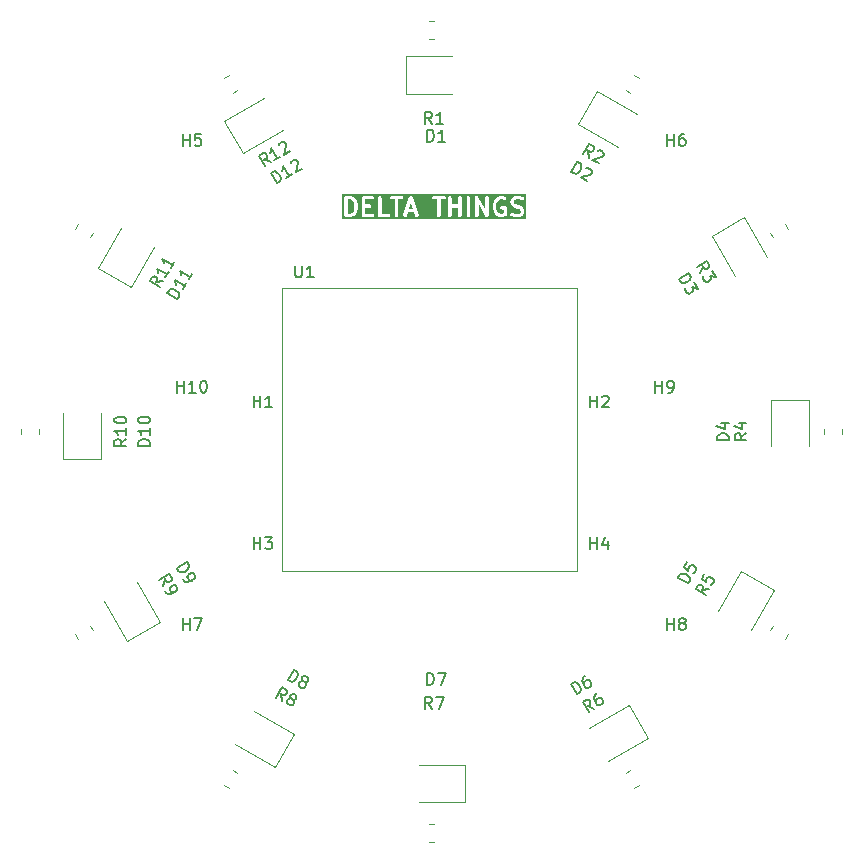
<source format=gbr>
%TF.GenerationSoftware,KiCad,Pcbnew,9.0.7-9.0.7~ubuntu24.04.1*%
%TF.CreationDate,2026-01-08T12:22:14+05:30*%
%TF.ProjectId,RPI_Cam3_RL,5250495f-4361-46d3-935f-524c2e6b6963,1.0.0*%
%TF.SameCoordinates,Original*%
%TF.FileFunction,Legend,Top*%
%TF.FilePolarity,Positive*%
%FSLAX46Y46*%
G04 Gerber Fmt 4.6, Leading zero omitted, Abs format (unit mm)*
G04 Created by KiCad (PCBNEW 9.0.7-9.0.7~ubuntu24.04.1) date 2026-01-08 12:22:14*
%MOMM*%
%LPD*%
G01*
G04 APERTURE LIST*
%ADD10C,0.300000*%
%ADD11C,0.150000*%
%ADD12C,0.200000*%
%ADD13C,0.120000*%
%ADD14C,0.100000*%
G04 APERTURE END LIST*
D10*
G36*
X198044911Y-71403361D02*
G01*
X198145518Y-71503968D01*
X198198697Y-71610327D01*
X198261653Y-71862148D01*
X198261653Y-72039507D01*
X198198697Y-72291328D01*
X198145518Y-72397688D01*
X198044912Y-72498294D01*
X197887310Y-72550828D01*
X197704510Y-72550828D01*
X197704510Y-71350828D01*
X197887313Y-71350828D01*
X198044911Y-71403361D01*
G37*
G36*
X203203541Y-72122257D02*
G01*
X202905482Y-72122257D01*
X203054511Y-71675169D01*
X203203541Y-72122257D01*
G37*
G36*
X212799750Y-73017495D02*
G01*
X197237843Y-73017495D01*
X197237843Y-71200828D01*
X197404510Y-71200828D01*
X197404510Y-72700828D01*
X197407392Y-72730092D01*
X197429790Y-72784164D01*
X197471174Y-72825548D01*
X197525246Y-72847946D01*
X197554510Y-72850828D01*
X197911653Y-72850828D01*
X197926458Y-72849369D01*
X197930413Y-72849651D01*
X197935614Y-72848468D01*
X197940917Y-72847946D01*
X197944574Y-72846430D01*
X197959087Y-72843131D01*
X198173373Y-72771703D01*
X198200224Y-72759715D01*
X198204295Y-72756183D01*
X198209275Y-72754121D01*
X198232005Y-72735466D01*
X198374862Y-72592608D01*
X198384300Y-72581106D01*
X198387295Y-72578510D01*
X198390135Y-72573996D01*
X198393517Y-72569877D01*
X198395032Y-72566217D01*
X198402960Y-72553624D01*
X198474389Y-72410768D01*
X198475208Y-72408625D01*
X198475853Y-72407756D01*
X198480237Y-72395484D01*
X198484898Y-72383304D01*
X198484974Y-72382223D01*
X198485746Y-72380065D01*
X198557174Y-72094351D01*
X198557923Y-72089279D01*
X198558771Y-72087235D01*
X198559856Y-72076212D01*
X198561476Y-72065262D01*
X198561150Y-72063074D01*
X198561653Y-72057971D01*
X198561653Y-71843685D01*
X198561150Y-71838581D01*
X198561476Y-71836394D01*
X198559856Y-71825443D01*
X198558771Y-71814421D01*
X198557923Y-71812376D01*
X198557174Y-71807305D01*
X198485746Y-71521591D01*
X198484974Y-71519432D01*
X198484898Y-71518352D01*
X198480237Y-71506171D01*
X198475853Y-71493900D01*
X198475208Y-71493030D01*
X198474389Y-71490888D01*
X198402960Y-71348032D01*
X198395033Y-71335440D01*
X198393517Y-71331778D01*
X198390133Y-71327655D01*
X198387295Y-71323146D01*
X198384302Y-71320550D01*
X198374862Y-71309048D01*
X198266642Y-71200828D01*
X198904510Y-71200828D01*
X198904510Y-72700828D01*
X198907392Y-72730092D01*
X198929790Y-72784164D01*
X198971174Y-72825548D01*
X199025246Y-72847946D01*
X199054510Y-72850828D01*
X199768796Y-72850828D01*
X199798060Y-72847946D01*
X199852132Y-72825548D01*
X199893516Y-72784164D01*
X199915914Y-72730092D01*
X199915914Y-72671564D01*
X199893516Y-72617492D01*
X199852132Y-72576108D01*
X199798060Y-72553710D01*
X199768796Y-72550828D01*
X199204510Y-72550828D01*
X199204510Y-72065114D01*
X199554510Y-72065114D01*
X199583774Y-72062232D01*
X199637846Y-72039834D01*
X199679230Y-71998450D01*
X199701628Y-71944378D01*
X199701628Y-71885850D01*
X199679230Y-71831778D01*
X199637846Y-71790394D01*
X199583774Y-71767996D01*
X199554510Y-71765114D01*
X199204510Y-71765114D01*
X199204510Y-71350828D01*
X199768796Y-71350828D01*
X199798060Y-71347946D01*
X199852132Y-71325548D01*
X199893516Y-71284164D01*
X199915914Y-71230092D01*
X199915914Y-71200828D01*
X200261653Y-71200828D01*
X200261653Y-72700828D01*
X200264535Y-72730092D01*
X200286933Y-72784164D01*
X200328317Y-72825548D01*
X200382389Y-72847946D01*
X200411653Y-72850828D01*
X201125939Y-72850828D01*
X201155203Y-72847946D01*
X201209275Y-72825548D01*
X201250659Y-72784164D01*
X201273057Y-72730092D01*
X201273057Y-72671564D01*
X201250659Y-72617492D01*
X201209275Y-72576108D01*
X201155203Y-72553710D01*
X201125939Y-72550828D01*
X200561653Y-72550828D01*
X200561653Y-71200828D01*
X200558771Y-71171564D01*
X201264536Y-71171564D01*
X201264536Y-71230092D01*
X201286934Y-71284164D01*
X201328318Y-71325548D01*
X201382390Y-71347946D01*
X201411654Y-71350828D01*
X201690225Y-71350828D01*
X201690225Y-72700828D01*
X201693107Y-72730092D01*
X201715505Y-72784164D01*
X201756889Y-72825548D01*
X201810961Y-72847946D01*
X201869489Y-72847946D01*
X201923561Y-72825548D01*
X201964945Y-72784164D01*
X201987343Y-72730092D01*
X201990225Y-72700828D01*
X201990225Y-72682067D01*
X202405689Y-72682067D01*
X202409838Y-72740448D01*
X202436012Y-72792795D01*
X202480226Y-72831142D01*
X202535750Y-72849650D01*
X202594131Y-72845501D01*
X202646478Y-72819327D01*
X202684825Y-72775113D01*
X202696813Y-72748262D01*
X202805482Y-72422257D01*
X203303541Y-72422257D01*
X203412209Y-72748262D01*
X203424197Y-72775113D01*
X203462544Y-72819328D01*
X203514892Y-72845501D01*
X203573272Y-72849651D01*
X203628796Y-72831142D01*
X203673010Y-72792795D01*
X203699184Y-72740448D01*
X203703334Y-72682068D01*
X203696814Y-72653394D01*
X203202870Y-71171564D01*
X204835964Y-71171564D01*
X204835964Y-71230092D01*
X204858362Y-71284164D01*
X204899746Y-71325548D01*
X204953818Y-71347946D01*
X204983082Y-71350828D01*
X205261653Y-71350828D01*
X205261653Y-72700828D01*
X205264535Y-72730092D01*
X205286933Y-72784164D01*
X205328317Y-72825548D01*
X205382389Y-72847946D01*
X205440917Y-72847946D01*
X205494989Y-72825548D01*
X205536373Y-72784164D01*
X205558771Y-72730092D01*
X205561653Y-72700828D01*
X205561653Y-71350828D01*
X205840225Y-71350828D01*
X205869489Y-71347946D01*
X205923561Y-71325548D01*
X205964945Y-71284164D01*
X205987343Y-71230092D01*
X205987343Y-71200828D01*
X206190224Y-71200828D01*
X206190224Y-72700828D01*
X206193106Y-72730092D01*
X206215504Y-72784164D01*
X206256888Y-72825548D01*
X206310960Y-72847946D01*
X206369488Y-72847946D01*
X206423560Y-72825548D01*
X206464944Y-72784164D01*
X206487342Y-72730092D01*
X206490224Y-72700828D01*
X206490224Y-72065114D01*
X207047367Y-72065114D01*
X207047367Y-72700828D01*
X207050249Y-72730092D01*
X207072647Y-72784164D01*
X207114031Y-72825548D01*
X207168103Y-72847946D01*
X207226631Y-72847946D01*
X207280703Y-72825548D01*
X207322087Y-72784164D01*
X207344485Y-72730092D01*
X207347367Y-72700828D01*
X207347367Y-71200828D01*
X207761653Y-71200828D01*
X207761653Y-72700828D01*
X207764535Y-72730092D01*
X207786933Y-72784164D01*
X207828317Y-72825548D01*
X207882389Y-72847946D01*
X207940917Y-72847946D01*
X207994989Y-72825548D01*
X208036373Y-72784164D01*
X208058771Y-72730092D01*
X208061653Y-72700828D01*
X208061653Y-71200828D01*
X208475939Y-71200828D01*
X208475939Y-72700828D01*
X208478821Y-72730092D01*
X208501219Y-72784164D01*
X208542603Y-72825548D01*
X208596675Y-72847946D01*
X208655203Y-72847946D01*
X208709275Y-72825548D01*
X208750659Y-72784164D01*
X208773057Y-72730092D01*
X208775939Y-72700828D01*
X208775939Y-71765661D01*
X209352846Y-72775249D01*
X209357223Y-72781416D01*
X209358362Y-72784164D01*
X209361161Y-72786963D01*
X209369867Y-72799227D01*
X209385640Y-72811442D01*
X209399746Y-72825548D01*
X209408579Y-72829206D01*
X209416141Y-72835063D01*
X209435389Y-72840312D01*
X209453818Y-72847946D01*
X209463380Y-72847946D01*
X209472605Y-72850462D01*
X209492396Y-72847946D01*
X209512346Y-72847946D01*
X209521179Y-72844286D01*
X209530665Y-72843081D01*
X209547987Y-72833182D01*
X209566418Y-72825548D01*
X209573178Y-72818787D01*
X209581481Y-72814043D01*
X209593694Y-72798271D01*
X209607802Y-72784164D01*
X209611461Y-72775328D01*
X209617316Y-72767769D01*
X209622564Y-72748524D01*
X209630200Y-72730092D01*
X209631673Y-72715127D01*
X209632716Y-72711306D01*
X209632340Y-72708354D01*
X209633082Y-72700828D01*
X209633082Y-71843685D01*
X209975940Y-71843685D01*
X209975940Y-72057971D01*
X209976442Y-72063074D01*
X209976117Y-72065262D01*
X209977736Y-72076212D01*
X209978822Y-72087235D01*
X209979669Y-72089279D01*
X209980419Y-72094351D01*
X210051847Y-72380065D01*
X210052618Y-72382223D01*
X210052695Y-72383304D01*
X210057353Y-72395478D01*
X210061740Y-72407756D01*
X210062384Y-72408626D01*
X210063204Y-72410767D01*
X210134633Y-72553624D01*
X210142560Y-72566217D01*
X210144076Y-72569877D01*
X210147457Y-72573996D01*
X210150298Y-72578510D01*
X210153291Y-72581106D01*
X210162731Y-72592608D01*
X210305588Y-72735466D01*
X210328318Y-72754121D01*
X210333297Y-72756183D01*
X210337369Y-72759715D01*
X210364220Y-72771703D01*
X210578506Y-72843131D01*
X210593018Y-72846430D01*
X210596676Y-72847946D01*
X210601978Y-72848468D01*
X210607180Y-72849651D01*
X210611134Y-72849369D01*
X210625940Y-72850828D01*
X210768797Y-72850828D01*
X210783602Y-72849369D01*
X210787557Y-72849651D01*
X210792758Y-72848468D01*
X210798061Y-72847946D01*
X210801718Y-72846430D01*
X210816231Y-72843131D01*
X211030517Y-72771703D01*
X211057368Y-72759715D01*
X211061441Y-72756181D01*
X211066419Y-72754120D01*
X211089150Y-72735465D01*
X211160578Y-72664036D01*
X211179232Y-72641306D01*
X211199403Y-72592608D01*
X211201629Y-72587235D01*
X211204511Y-72557971D01*
X211204511Y-72057971D01*
X211201629Y-72028707D01*
X211179231Y-71974635D01*
X211137847Y-71933251D01*
X211083775Y-71910853D01*
X211054511Y-71907971D01*
X210768797Y-71907971D01*
X210739533Y-71910853D01*
X210685461Y-71933251D01*
X210644077Y-71974635D01*
X210621679Y-72028707D01*
X210621679Y-72087235D01*
X210644077Y-72141307D01*
X210685461Y-72182691D01*
X210739533Y-72205089D01*
X210768797Y-72207971D01*
X210904511Y-72207971D01*
X210904511Y-72495839D01*
X210902056Y-72498294D01*
X210744454Y-72550828D01*
X210650283Y-72550828D01*
X210492680Y-72498294D01*
X210392075Y-72397688D01*
X210338894Y-72291328D01*
X210275940Y-72039507D01*
X210275940Y-71862148D01*
X210338894Y-71610327D01*
X210392075Y-71503967D01*
X210409500Y-71486542D01*
X211475940Y-71486542D01*
X211475940Y-71629400D01*
X211478822Y-71658664D01*
X211480884Y-71663642D01*
X211481266Y-71669018D01*
X211491776Y-71696482D01*
X211563204Y-71839339D01*
X211571132Y-71851934D01*
X211572648Y-71855593D01*
X211576027Y-71859710D01*
X211578869Y-71864225D01*
X211581863Y-71866821D01*
X211591303Y-71878324D01*
X211662732Y-71949752D01*
X211674232Y-71959190D01*
X211676829Y-71962184D01*
X211681341Y-71965024D01*
X211685462Y-71968406D01*
X211689121Y-71969921D01*
X211701715Y-71977849D01*
X211844571Y-72049278D01*
X211846713Y-72050097D01*
X211847583Y-72050742D01*
X211859854Y-72055126D01*
X211872035Y-72059787D01*
X211873115Y-72059863D01*
X211875274Y-72060635D01*
X212145012Y-72128069D01*
X212251371Y-72181248D01*
X212288375Y-72218253D01*
X212333083Y-72307667D01*
X212333083Y-72379703D01*
X212288375Y-72469117D01*
X212251372Y-72506121D01*
X212161959Y-72550828D01*
X211864569Y-72550828D01*
X211673374Y-72487097D01*
X211644700Y-72480577D01*
X211586320Y-72484727D01*
X211533973Y-72510901D01*
X211495625Y-72555115D01*
X211477117Y-72610640D01*
X211481267Y-72669020D01*
X211507441Y-72721367D01*
X211551655Y-72759715D01*
X211578506Y-72771703D01*
X211792792Y-72843131D01*
X211807304Y-72846430D01*
X211810962Y-72847946D01*
X211816264Y-72848468D01*
X211821466Y-72849651D01*
X211825420Y-72849369D01*
X211840226Y-72850828D01*
X212197368Y-72850828D01*
X212226632Y-72847946D01*
X212231610Y-72845883D01*
X212236986Y-72845502D01*
X212264449Y-72834992D01*
X212407308Y-72763564D01*
X212419902Y-72755635D01*
X212423562Y-72754120D01*
X212427682Y-72750738D01*
X212432193Y-72747899D01*
X212434787Y-72744907D01*
X212446293Y-72735465D01*
X212517721Y-72664036D01*
X212527159Y-72652535D01*
X212530153Y-72649939D01*
X212532993Y-72645426D01*
X212536375Y-72641306D01*
X212537890Y-72637646D01*
X212545818Y-72625053D01*
X212617247Y-72482197D01*
X212627756Y-72454733D01*
X212628137Y-72449358D01*
X212630201Y-72444378D01*
X212633083Y-72415114D01*
X212633083Y-72272257D01*
X212630201Y-72242993D01*
X212628137Y-72238012D01*
X212627756Y-72232638D01*
X212617247Y-72205174D01*
X212545818Y-72062318D01*
X212537890Y-72049724D01*
X212536375Y-72046065D01*
X212532993Y-72041944D01*
X212530153Y-72037432D01*
X212527159Y-72034835D01*
X212517721Y-72023335D01*
X212446293Y-71951906D01*
X212434790Y-71942466D01*
X212432194Y-71939472D01*
X212427679Y-71936630D01*
X212423562Y-71933251D01*
X212419903Y-71931735D01*
X212407308Y-71923807D01*
X212264450Y-71852378D01*
X212262309Y-71851558D01*
X212261439Y-71850914D01*
X212249183Y-71846535D01*
X212236987Y-71841868D01*
X212235903Y-71841791D01*
X212233748Y-71841021D01*
X211964010Y-71773586D01*
X211857650Y-71720406D01*
X211820645Y-71683401D01*
X211775940Y-71593990D01*
X211775940Y-71521951D01*
X211820645Y-71432540D01*
X211857650Y-71395535D01*
X211947064Y-71350828D01*
X212244457Y-71350828D01*
X212435648Y-71414559D01*
X212464322Y-71421079D01*
X212522702Y-71416930D01*
X212575049Y-71390756D01*
X212613397Y-71346542D01*
X212631905Y-71291018D01*
X212627756Y-71232638D01*
X212601582Y-71180290D01*
X212557368Y-71141943D01*
X212530517Y-71129954D01*
X212316231Y-71058526D01*
X212301723Y-71055227D01*
X212298061Y-71053710D01*
X212292752Y-71053187D01*
X212287558Y-71052006D01*
X212283608Y-71052286D01*
X212268797Y-71050828D01*
X211911654Y-71050828D01*
X211882390Y-71053710D01*
X211877409Y-71055773D01*
X211872035Y-71056155D01*
X211844571Y-71066664D01*
X211701715Y-71138093D01*
X211689121Y-71146020D01*
X211685462Y-71147536D01*
X211681341Y-71150917D01*
X211676829Y-71153758D01*
X211674232Y-71156751D01*
X211662732Y-71166190D01*
X211591303Y-71237618D01*
X211581863Y-71249120D01*
X211578869Y-71251717D01*
X211576027Y-71256231D01*
X211572648Y-71260349D01*
X211571132Y-71264007D01*
X211563204Y-71276603D01*
X211491776Y-71419460D01*
X211481266Y-71446924D01*
X211480884Y-71452299D01*
X211478822Y-71457278D01*
X211475940Y-71486542D01*
X210409500Y-71486542D01*
X210492681Y-71403361D01*
X210650283Y-71350828D01*
X210804816Y-71350828D01*
X210916000Y-71406421D01*
X210943464Y-71416930D01*
X211001844Y-71421079D01*
X211057366Y-71402572D01*
X211101582Y-71364225D01*
X211127756Y-71311876D01*
X211131905Y-71253496D01*
X211113397Y-71197973D01*
X211075051Y-71153758D01*
X211050165Y-71138093D01*
X210907308Y-71066664D01*
X210879845Y-71056155D01*
X210874470Y-71055773D01*
X210869490Y-71053710D01*
X210840226Y-71050828D01*
X210625940Y-71050828D01*
X210611128Y-71052286D01*
X210607179Y-71052006D01*
X210601984Y-71053187D01*
X210596676Y-71053710D01*
X210593014Y-71055226D01*
X210578505Y-71058526D01*
X210364220Y-71129955D01*
X210337369Y-71141943D01*
X210333299Y-71145472D01*
X210328318Y-71147536D01*
X210305588Y-71166191D01*
X210162731Y-71309048D01*
X210153291Y-71320549D01*
X210150298Y-71323146D01*
X210147457Y-71327659D01*
X210144076Y-71331779D01*
X210142560Y-71335438D01*
X210134633Y-71348032D01*
X210063204Y-71490889D01*
X210062384Y-71493029D01*
X210061740Y-71493900D01*
X210057353Y-71506177D01*
X210052695Y-71518352D01*
X210052618Y-71519432D01*
X210051847Y-71521591D01*
X209980419Y-71807305D01*
X209979669Y-71812376D01*
X209978822Y-71814421D01*
X209977736Y-71825443D01*
X209976117Y-71836394D01*
X209976442Y-71838581D01*
X209975940Y-71843685D01*
X209633082Y-71843685D01*
X209633082Y-71200828D01*
X209630200Y-71171564D01*
X209607802Y-71117492D01*
X209566418Y-71076108D01*
X209512346Y-71053710D01*
X209453818Y-71053710D01*
X209399746Y-71076108D01*
X209358362Y-71117492D01*
X209335964Y-71171564D01*
X209333082Y-71200828D01*
X209333082Y-72135992D01*
X208756175Y-71126407D01*
X208751797Y-71120239D01*
X208750659Y-71117492D01*
X208747859Y-71114692D01*
X208739154Y-71102429D01*
X208723382Y-71090215D01*
X208709275Y-71076108D01*
X208700439Y-71072448D01*
X208692880Y-71066594D01*
X208673635Y-71061345D01*
X208655203Y-71053710D01*
X208645641Y-71053710D01*
X208636416Y-71051194D01*
X208616625Y-71053710D01*
X208596675Y-71053710D01*
X208587841Y-71057369D01*
X208578356Y-71058575D01*
X208561033Y-71068473D01*
X208542603Y-71076108D01*
X208535842Y-71082868D01*
X208527540Y-71087613D01*
X208515326Y-71103384D01*
X208501219Y-71117492D01*
X208497559Y-71126327D01*
X208491705Y-71133887D01*
X208486456Y-71153131D01*
X208478821Y-71171564D01*
X208477347Y-71186530D01*
X208476305Y-71190351D01*
X208476680Y-71193302D01*
X208475939Y-71200828D01*
X208061653Y-71200828D01*
X208058771Y-71171564D01*
X208036373Y-71117492D01*
X207994989Y-71076108D01*
X207940917Y-71053710D01*
X207882389Y-71053710D01*
X207828317Y-71076108D01*
X207786933Y-71117492D01*
X207764535Y-71171564D01*
X207761653Y-71200828D01*
X207347367Y-71200828D01*
X207344485Y-71171564D01*
X207322087Y-71117492D01*
X207280703Y-71076108D01*
X207226631Y-71053710D01*
X207168103Y-71053710D01*
X207114031Y-71076108D01*
X207072647Y-71117492D01*
X207050249Y-71171564D01*
X207047367Y-71200828D01*
X207047367Y-71765114D01*
X206490224Y-71765114D01*
X206490224Y-71200828D01*
X206487342Y-71171564D01*
X206464944Y-71117492D01*
X206423560Y-71076108D01*
X206369488Y-71053710D01*
X206310960Y-71053710D01*
X206256888Y-71076108D01*
X206215504Y-71117492D01*
X206193106Y-71171564D01*
X206190224Y-71200828D01*
X205987343Y-71200828D01*
X205987343Y-71171564D01*
X205964945Y-71117492D01*
X205923561Y-71076108D01*
X205869489Y-71053710D01*
X205840225Y-71050828D01*
X204983082Y-71050828D01*
X204953818Y-71053710D01*
X204899746Y-71076108D01*
X204858362Y-71117492D01*
X204835964Y-71171564D01*
X203202870Y-71171564D01*
X203196813Y-71153394D01*
X203184825Y-71126543D01*
X203177802Y-71118446D01*
X203173010Y-71108861D01*
X203158801Y-71096537D01*
X203146478Y-71082329D01*
X203136892Y-71077536D01*
X203128796Y-71070514D01*
X203110952Y-71064565D01*
X203094131Y-71056155D01*
X203083442Y-71055395D01*
X203073272Y-71052005D01*
X203054506Y-71053338D01*
X203035750Y-71052006D01*
X203025582Y-71055395D01*
X203014892Y-71056155D01*
X202998068Y-71064566D01*
X202980226Y-71070514D01*
X202972131Y-71077534D01*
X202962544Y-71082328D01*
X202950218Y-71096539D01*
X202936012Y-71108861D01*
X202931219Y-71118445D01*
X202924197Y-71126543D01*
X202912209Y-71153394D01*
X202412209Y-72653394D01*
X202405689Y-72682067D01*
X201990225Y-72682067D01*
X201990225Y-71350828D01*
X202268797Y-71350828D01*
X202298061Y-71347946D01*
X202352133Y-71325548D01*
X202393517Y-71284164D01*
X202415915Y-71230092D01*
X202415915Y-71171564D01*
X202393517Y-71117492D01*
X202352133Y-71076108D01*
X202298061Y-71053710D01*
X202268797Y-71050828D01*
X201411654Y-71050828D01*
X201382390Y-71053710D01*
X201328318Y-71076108D01*
X201286934Y-71117492D01*
X201264536Y-71171564D01*
X200558771Y-71171564D01*
X200536373Y-71117492D01*
X200494989Y-71076108D01*
X200440917Y-71053710D01*
X200382389Y-71053710D01*
X200328317Y-71076108D01*
X200286933Y-71117492D01*
X200264535Y-71171564D01*
X200261653Y-71200828D01*
X199915914Y-71200828D01*
X199915914Y-71171564D01*
X199893516Y-71117492D01*
X199852132Y-71076108D01*
X199798060Y-71053710D01*
X199768796Y-71050828D01*
X199054510Y-71050828D01*
X199025246Y-71053710D01*
X198971174Y-71076108D01*
X198929790Y-71117492D01*
X198907392Y-71171564D01*
X198904510Y-71200828D01*
X198266642Y-71200828D01*
X198232005Y-71166191D01*
X198209274Y-71147536D01*
X198204294Y-71145473D01*
X198200224Y-71141943D01*
X198173373Y-71129954D01*
X197959087Y-71058526D01*
X197944579Y-71055227D01*
X197940917Y-71053710D01*
X197935608Y-71053187D01*
X197930414Y-71052006D01*
X197926464Y-71052286D01*
X197911653Y-71050828D01*
X197554510Y-71050828D01*
X197525246Y-71053710D01*
X197471174Y-71076108D01*
X197429790Y-71117492D01*
X197407392Y-71171564D01*
X197404510Y-71200828D01*
X197237843Y-71200828D01*
X197237843Y-70884161D01*
X212799750Y-70884161D01*
X212799750Y-73017495D01*
G37*
D11*
X204833333Y-64954819D02*
X204500000Y-64478628D01*
X204261905Y-64954819D02*
X204261905Y-63954819D01*
X204261905Y-63954819D02*
X204642857Y-63954819D01*
X204642857Y-63954819D02*
X204738095Y-64002438D01*
X204738095Y-64002438D02*
X204785714Y-64050057D01*
X204785714Y-64050057D02*
X204833333Y-64145295D01*
X204833333Y-64145295D02*
X204833333Y-64288152D01*
X204833333Y-64288152D02*
X204785714Y-64383390D01*
X204785714Y-64383390D02*
X204738095Y-64431009D01*
X204738095Y-64431009D02*
X204642857Y-64478628D01*
X204642857Y-64478628D02*
X204261905Y-64478628D01*
X205785714Y-64954819D02*
X205214286Y-64954819D01*
X205500000Y-64954819D02*
X205500000Y-63954819D01*
X205500000Y-63954819D02*
X205404762Y-64097676D01*
X205404762Y-64097676D02*
X205309524Y-64192914D01*
X205309524Y-64192914D02*
X205214286Y-64240533D01*
X218238095Y-100954819D02*
X218238095Y-99954819D01*
X218238095Y-100431009D02*
X218809523Y-100431009D01*
X218809523Y-100954819D02*
X218809523Y-99954819D01*
X219714285Y-100288152D02*
X219714285Y-100954819D01*
X219476190Y-99907200D02*
X219238095Y-100621485D01*
X219238095Y-100621485D02*
X219857142Y-100621485D01*
X178954819Y-91642857D02*
X178478628Y-91976190D01*
X178954819Y-92214285D02*
X177954819Y-92214285D01*
X177954819Y-92214285D02*
X177954819Y-91833333D01*
X177954819Y-91833333D02*
X178002438Y-91738095D01*
X178002438Y-91738095D02*
X178050057Y-91690476D01*
X178050057Y-91690476D02*
X178145295Y-91642857D01*
X178145295Y-91642857D02*
X178288152Y-91642857D01*
X178288152Y-91642857D02*
X178383390Y-91690476D01*
X178383390Y-91690476D02*
X178431009Y-91738095D01*
X178431009Y-91738095D02*
X178478628Y-91833333D01*
X178478628Y-91833333D02*
X178478628Y-92214285D01*
X178954819Y-90690476D02*
X178954819Y-91261904D01*
X178954819Y-90976190D02*
X177954819Y-90976190D01*
X177954819Y-90976190D02*
X178097676Y-91071428D01*
X178097676Y-91071428D02*
X178192914Y-91166666D01*
X178192914Y-91166666D02*
X178240533Y-91261904D01*
X177954819Y-90071428D02*
X177954819Y-89976190D01*
X177954819Y-89976190D02*
X178002438Y-89880952D01*
X178002438Y-89880952D02*
X178050057Y-89833333D01*
X178050057Y-89833333D02*
X178145295Y-89785714D01*
X178145295Y-89785714D02*
X178335771Y-89738095D01*
X178335771Y-89738095D02*
X178573866Y-89738095D01*
X178573866Y-89738095D02*
X178764342Y-89785714D01*
X178764342Y-89785714D02*
X178859580Y-89833333D01*
X178859580Y-89833333D02*
X178907200Y-89880952D01*
X178907200Y-89880952D02*
X178954819Y-89976190D01*
X178954819Y-89976190D02*
X178954819Y-90071428D01*
X178954819Y-90071428D02*
X178907200Y-90166666D01*
X178907200Y-90166666D02*
X178859580Y-90214285D01*
X178859580Y-90214285D02*
X178764342Y-90261904D01*
X178764342Y-90261904D02*
X178573866Y-90309523D01*
X178573866Y-90309523D02*
X178335771Y-90309523D01*
X178335771Y-90309523D02*
X178145295Y-90261904D01*
X178145295Y-90261904D02*
X178050057Y-90214285D01*
X178050057Y-90214285D02*
X178002438Y-90166666D01*
X178002438Y-90166666D02*
X177954819Y-90071428D01*
X183738095Y-107804819D02*
X183738095Y-106804819D01*
X183738095Y-107281009D02*
X184309523Y-107281009D01*
X184309523Y-107804819D02*
X184309523Y-106804819D01*
X184690476Y-106804819D02*
X185357142Y-106804819D01*
X185357142Y-106804819D02*
X184928571Y-107804819D01*
X218583072Y-114477217D02*
X218056301Y-114231491D01*
X218088200Y-114762932D02*
X217588200Y-113896906D01*
X217588200Y-113896906D02*
X217918115Y-113706430D01*
X217918115Y-113706430D02*
X218024403Y-113700050D01*
X218024403Y-113700050D02*
X218089452Y-113717480D01*
X218089452Y-113717480D02*
X218178310Y-113776149D01*
X218178310Y-113776149D02*
X218249739Y-113899867D01*
X218249739Y-113899867D02*
X218256118Y-114006155D01*
X218256118Y-114006155D02*
X218238688Y-114071204D01*
X218238688Y-114071204D02*
X218180019Y-114160062D01*
X218180019Y-114160062D02*
X217850105Y-114350539D01*
X218825379Y-113182621D02*
X218660422Y-113277859D01*
X218660422Y-113277859D02*
X218601753Y-113366717D01*
X218601753Y-113366717D02*
X218584323Y-113431766D01*
X218584323Y-113431766D02*
X218573273Y-113603103D01*
X218573273Y-113603103D02*
X218627272Y-113791870D01*
X218627272Y-113791870D02*
X218817748Y-114121784D01*
X218817748Y-114121784D02*
X218906607Y-114180453D01*
X218906607Y-114180453D02*
X218971655Y-114197883D01*
X218971655Y-114197883D02*
X219077944Y-114191503D01*
X219077944Y-114191503D02*
X219242901Y-114096265D01*
X219242901Y-114096265D02*
X219301570Y-114007407D01*
X219301570Y-114007407D02*
X219319000Y-113942358D01*
X219319000Y-113942358D02*
X219312620Y-113836070D01*
X219312620Y-113836070D02*
X219193572Y-113629873D01*
X219193572Y-113629873D02*
X219104714Y-113571204D01*
X219104714Y-113571204D02*
X219039665Y-113553774D01*
X219039665Y-113553774D02*
X218933377Y-113560154D01*
X218933377Y-113560154D02*
X218768420Y-113655392D01*
X218768420Y-113655392D02*
X218709751Y-113744251D01*
X218709751Y-113744251D02*
X218692321Y-113809299D01*
X218692321Y-113809299D02*
X218698701Y-113915588D01*
X229954819Y-91738094D02*
X228954819Y-91738094D01*
X228954819Y-91738094D02*
X228954819Y-91499999D01*
X228954819Y-91499999D02*
X229002438Y-91357142D01*
X229002438Y-91357142D02*
X229097676Y-91261904D01*
X229097676Y-91261904D02*
X229192914Y-91214285D01*
X229192914Y-91214285D02*
X229383390Y-91166666D01*
X229383390Y-91166666D02*
X229526247Y-91166666D01*
X229526247Y-91166666D02*
X229716723Y-91214285D01*
X229716723Y-91214285D02*
X229811961Y-91261904D01*
X229811961Y-91261904D02*
X229907200Y-91357142D01*
X229907200Y-91357142D02*
X229954819Y-91499999D01*
X229954819Y-91499999D02*
X229954819Y-91738094D01*
X229288152Y-90309523D02*
X229954819Y-90309523D01*
X228907200Y-90547618D02*
X229621485Y-90785713D01*
X229621485Y-90785713D02*
X229621485Y-90166666D01*
X225737067Y-78088200D02*
X226603093Y-77588200D01*
X226603093Y-77588200D02*
X226722140Y-77794397D01*
X226722140Y-77794397D02*
X226752330Y-77941924D01*
X226752330Y-77941924D02*
X226717470Y-78072022D01*
X226717470Y-78072022D02*
X226658801Y-78160880D01*
X226658801Y-78160880D02*
X226517653Y-78297358D01*
X226517653Y-78297358D02*
X226393935Y-78368786D01*
X226393935Y-78368786D02*
X226205169Y-78422785D01*
X226205169Y-78422785D02*
X226098880Y-78429165D01*
X226098880Y-78429165D02*
X225968783Y-78394305D01*
X225968783Y-78394305D02*
X225856115Y-78294397D01*
X225856115Y-78294397D02*
X225737067Y-78088200D01*
X227055474Y-78371747D02*
X227364997Y-78907858D01*
X227364997Y-78907858D02*
X226868416Y-78809659D01*
X226868416Y-78809659D02*
X226939845Y-78933377D01*
X226939845Y-78933377D02*
X226946225Y-79039665D01*
X226946225Y-79039665D02*
X226928795Y-79104714D01*
X226928795Y-79104714D02*
X226870126Y-79193572D01*
X226870126Y-79193572D02*
X226663929Y-79312620D01*
X226663929Y-79312620D02*
X226557641Y-79319000D01*
X226557641Y-79319000D02*
X226492592Y-79301570D01*
X226492592Y-79301570D02*
X226403734Y-79242901D01*
X226403734Y-79242901D02*
X226260877Y-78995465D01*
X226260877Y-78995465D02*
X226254497Y-78889177D01*
X226254497Y-78889177D02*
X226271927Y-78824128D01*
X204833333Y-114454819D02*
X204500000Y-113978628D01*
X204261905Y-114454819D02*
X204261905Y-113454819D01*
X204261905Y-113454819D02*
X204642857Y-113454819D01*
X204642857Y-113454819D02*
X204738095Y-113502438D01*
X204738095Y-113502438D02*
X204785714Y-113550057D01*
X204785714Y-113550057D02*
X204833333Y-113645295D01*
X204833333Y-113645295D02*
X204833333Y-113788152D01*
X204833333Y-113788152D02*
X204785714Y-113883390D01*
X204785714Y-113883390D02*
X204738095Y-113931009D01*
X204738095Y-113931009D02*
X204642857Y-113978628D01*
X204642857Y-113978628D02*
X204261905Y-113978628D01*
X205166667Y-113454819D02*
X205833333Y-113454819D01*
X205833333Y-113454819D02*
X205404762Y-114454819D01*
X183286741Y-79779011D02*
X182420716Y-79279011D01*
X182420716Y-79279011D02*
X182539764Y-79072815D01*
X182539764Y-79072815D02*
X182652432Y-78972906D01*
X182652432Y-78972906D02*
X182782529Y-78938047D01*
X182782529Y-78938047D02*
X182888817Y-78944427D01*
X182888817Y-78944427D02*
X183077584Y-78998425D01*
X183077584Y-78998425D02*
X183201302Y-79069854D01*
X183201302Y-79069854D02*
X183342450Y-79206331D01*
X183342450Y-79206331D02*
X183401119Y-79295190D01*
X183401119Y-79295190D02*
X183435978Y-79425287D01*
X183435978Y-79425287D02*
X183405789Y-79572815D01*
X183405789Y-79572815D02*
X183286741Y-79779011D01*
X184048646Y-78459354D02*
X183762932Y-78954225D01*
X183905789Y-78706789D02*
X183039764Y-78206789D01*
X183039764Y-78206789D02*
X183115863Y-78360697D01*
X183115863Y-78360697D02*
X183150722Y-78490794D01*
X183150722Y-78490794D02*
X183144342Y-78597082D01*
X184524837Y-77634567D02*
X184239122Y-78129439D01*
X184381980Y-77882003D02*
X183515954Y-77382003D01*
X183515954Y-77382003D02*
X183592053Y-77535910D01*
X183592053Y-77535910D02*
X183626913Y-77666008D01*
X183626913Y-77666008D02*
X183620533Y-77772296D01*
X218238095Y-88954819D02*
X218238095Y-87954819D01*
X218238095Y-88431009D02*
X218809523Y-88431009D01*
X218809523Y-88954819D02*
X218809523Y-87954819D01*
X219238095Y-88050057D02*
X219285714Y-88002438D01*
X219285714Y-88002438D02*
X219380952Y-87954819D01*
X219380952Y-87954819D02*
X219619047Y-87954819D01*
X219619047Y-87954819D02*
X219714285Y-88002438D01*
X219714285Y-88002438D02*
X219761904Y-88050057D01*
X219761904Y-88050057D02*
X219809523Y-88145295D01*
X219809523Y-88145295D02*
X219809523Y-88240533D01*
X219809523Y-88240533D02*
X219761904Y-88383390D01*
X219761904Y-88383390D02*
X219190476Y-88954819D01*
X219190476Y-88954819D02*
X219809523Y-88954819D01*
X192128253Y-113810551D02*
X192077673Y-113231492D01*
X191633381Y-113524837D02*
X192133381Y-112658812D01*
X192133381Y-112658812D02*
X192463296Y-112849288D01*
X192463296Y-112849288D02*
X192521965Y-112938146D01*
X192521965Y-112938146D02*
X192539394Y-113003195D01*
X192539394Y-113003195D02*
X192533015Y-113109483D01*
X192533015Y-113109483D02*
X192461586Y-113233201D01*
X192461586Y-113233201D02*
X192372728Y-113291870D01*
X192372728Y-113291870D02*
X192307679Y-113309300D01*
X192307679Y-113309300D02*
X192201391Y-113302920D01*
X192201391Y-113302920D02*
X191871476Y-113112444D01*
X192908839Y-113601394D02*
X192850170Y-113512536D01*
X192850170Y-113512536D02*
X192832740Y-113447487D01*
X192832740Y-113447487D02*
X192839120Y-113341199D01*
X192839120Y-113341199D02*
X192862929Y-113299959D01*
X192862929Y-113299959D02*
X192951788Y-113241290D01*
X192951788Y-113241290D02*
X193016836Y-113223860D01*
X193016836Y-113223860D02*
X193123124Y-113230240D01*
X193123124Y-113230240D02*
X193288082Y-113325478D01*
X193288082Y-113325478D02*
X193346751Y-113414337D01*
X193346751Y-113414337D02*
X193364181Y-113479385D01*
X193364181Y-113479385D02*
X193357801Y-113585674D01*
X193357801Y-113585674D02*
X193333991Y-113626913D01*
X193333991Y-113626913D02*
X193245133Y-113685582D01*
X193245133Y-113685582D02*
X193180084Y-113703012D01*
X193180084Y-113703012D02*
X193073796Y-113696632D01*
X193073796Y-113696632D02*
X192908839Y-113601394D01*
X192908839Y-113601394D02*
X192802551Y-113595014D01*
X192802551Y-113595014D02*
X192737502Y-113612444D01*
X192737502Y-113612444D02*
X192648643Y-113671113D01*
X192648643Y-113671113D02*
X192553405Y-113836070D01*
X192553405Y-113836070D02*
X192547026Y-113942358D01*
X192547026Y-113942358D02*
X192564455Y-114007407D01*
X192564455Y-114007407D02*
X192623124Y-114096266D01*
X192623124Y-114096266D02*
X192788082Y-114191504D01*
X192788082Y-114191504D02*
X192894370Y-114197883D01*
X192894370Y-114197883D02*
X192959419Y-114180454D01*
X192959419Y-114180454D02*
X193048277Y-114121785D01*
X193048277Y-114121785D02*
X193143515Y-113956827D01*
X193143515Y-113956827D02*
X193149895Y-113850539D01*
X193149895Y-113850539D02*
X193132465Y-113785490D01*
X193132465Y-113785490D02*
X193073796Y-113696632D01*
X218128253Y-67810551D02*
X218077673Y-67231492D01*
X217633381Y-67524837D02*
X218133381Y-66658812D01*
X218133381Y-66658812D02*
X218463296Y-66849288D01*
X218463296Y-66849288D02*
X218521965Y-66938146D01*
X218521965Y-66938146D02*
X218539394Y-67003195D01*
X218539394Y-67003195D02*
X218533015Y-67109483D01*
X218533015Y-67109483D02*
X218461586Y-67233201D01*
X218461586Y-67233201D02*
X218372728Y-67291870D01*
X218372728Y-67291870D02*
X218307679Y-67309300D01*
X218307679Y-67309300D02*
X218201391Y-67302920D01*
X218201391Y-67302920D02*
X217871476Y-67112444D01*
X218910548Y-67217481D02*
X218975597Y-67200051D01*
X218975597Y-67200051D02*
X219081885Y-67206431D01*
X219081885Y-67206431D02*
X219288082Y-67325478D01*
X219288082Y-67325478D02*
X219346751Y-67414337D01*
X219346751Y-67414337D02*
X219364181Y-67479385D01*
X219364181Y-67479385D02*
X219357801Y-67585674D01*
X219357801Y-67585674D02*
X219310182Y-67668152D01*
X219310182Y-67668152D02*
X219197514Y-67768061D01*
X219197514Y-67768061D02*
X218416928Y-67977218D01*
X218416928Y-67977218D02*
X218953039Y-68286742D01*
X223738095Y-87704819D02*
X223738095Y-86704819D01*
X223738095Y-87181009D02*
X224309523Y-87181009D01*
X224309523Y-87704819D02*
X224309523Y-86704819D01*
X224833333Y-87704819D02*
X225023809Y-87704819D01*
X225023809Y-87704819D02*
X225119047Y-87657200D01*
X225119047Y-87657200D02*
X225166666Y-87609580D01*
X225166666Y-87609580D02*
X225261904Y-87466723D01*
X225261904Y-87466723D02*
X225309523Y-87276247D01*
X225309523Y-87276247D02*
X225309523Y-86895295D01*
X225309523Y-86895295D02*
X225261904Y-86800057D01*
X225261904Y-86800057D02*
X225214285Y-86752438D01*
X225214285Y-86752438D02*
X225119047Y-86704819D01*
X225119047Y-86704819D02*
X224928571Y-86704819D01*
X224928571Y-86704819D02*
X224833333Y-86752438D01*
X224833333Y-86752438D02*
X224785714Y-86800057D01*
X224785714Y-86800057D02*
X224738095Y-86895295D01*
X224738095Y-86895295D02*
X224738095Y-87133390D01*
X224738095Y-87133390D02*
X224785714Y-87228628D01*
X224785714Y-87228628D02*
X224833333Y-87276247D01*
X224833333Y-87276247D02*
X224928571Y-87323866D01*
X224928571Y-87323866D02*
X225119047Y-87323866D01*
X225119047Y-87323866D02*
X225214285Y-87276247D01*
X225214285Y-87276247D02*
X225261904Y-87228628D01*
X225261904Y-87228628D02*
X225309523Y-87133390D01*
X204433738Y-66454819D02*
X204433738Y-65454819D01*
X204433738Y-65454819D02*
X204671833Y-65454819D01*
X204671833Y-65454819D02*
X204814690Y-65502438D01*
X204814690Y-65502438D02*
X204909928Y-65597676D01*
X204909928Y-65597676D02*
X204957547Y-65692914D01*
X204957547Y-65692914D02*
X205005166Y-65883390D01*
X205005166Y-65883390D02*
X205005166Y-66026247D01*
X205005166Y-66026247D02*
X204957547Y-66216723D01*
X204957547Y-66216723D02*
X204909928Y-66311961D01*
X204909928Y-66311961D02*
X204814690Y-66407200D01*
X204814690Y-66407200D02*
X204671833Y-66454819D01*
X204671833Y-66454819D02*
X204433738Y-66454819D01*
X205957547Y-66454819D02*
X205386119Y-66454819D01*
X205671833Y-66454819D02*
X205671833Y-65454819D01*
X205671833Y-65454819D02*
X205576595Y-65597676D01*
X205576595Y-65597676D02*
X205481357Y-65692914D01*
X205481357Y-65692914D02*
X205386119Y-65740533D01*
X183738095Y-66804819D02*
X183738095Y-65804819D01*
X183738095Y-66281009D02*
X184309523Y-66281009D01*
X184309523Y-66804819D02*
X184309523Y-65804819D01*
X185261904Y-65804819D02*
X184785714Y-65804819D01*
X184785714Y-65804819D02*
X184738095Y-66281009D01*
X184738095Y-66281009D02*
X184785714Y-66233390D01*
X184785714Y-66233390D02*
X184880952Y-66185771D01*
X184880952Y-66185771D02*
X185119047Y-66185771D01*
X185119047Y-66185771D02*
X185214285Y-66233390D01*
X185214285Y-66233390D02*
X185261904Y-66281009D01*
X185261904Y-66281009D02*
X185309523Y-66376247D01*
X185309523Y-66376247D02*
X185309523Y-66614342D01*
X185309523Y-66614342D02*
X185261904Y-66709580D01*
X185261904Y-66709580D02*
X185214285Y-66757200D01*
X185214285Y-66757200D02*
X185119047Y-66804819D01*
X185119047Y-66804819D02*
X184880952Y-66804819D01*
X184880952Y-66804819D02*
X184785714Y-66757200D01*
X184785714Y-66757200D02*
X184738095Y-66709580D01*
X228310551Y-104371746D02*
X227731492Y-104422326D01*
X228024837Y-104866618D02*
X227158812Y-104366618D01*
X227158812Y-104366618D02*
X227349288Y-104036703D01*
X227349288Y-104036703D02*
X227438146Y-103978034D01*
X227438146Y-103978034D02*
X227503195Y-103960605D01*
X227503195Y-103960605D02*
X227609483Y-103966984D01*
X227609483Y-103966984D02*
X227733201Y-104038413D01*
X227733201Y-104038413D02*
X227791870Y-104127271D01*
X227791870Y-104127271D02*
X227809300Y-104192320D01*
X227809300Y-104192320D02*
X227802920Y-104298608D01*
X227802920Y-104298608D02*
X227612444Y-104628523D01*
X227896907Y-103088199D02*
X227658812Y-103500592D01*
X227658812Y-103500592D02*
X228047395Y-103779927D01*
X228047395Y-103779927D02*
X228029965Y-103714878D01*
X228029965Y-103714878D02*
X228036345Y-103608590D01*
X228036345Y-103608590D02*
X228155393Y-103402393D01*
X228155393Y-103402393D02*
X228244251Y-103343724D01*
X228244251Y-103343724D02*
X228309300Y-103326295D01*
X228309300Y-103326295D02*
X228415588Y-103332674D01*
X228415588Y-103332674D02*
X228621785Y-103451722D01*
X228621785Y-103451722D02*
X228680454Y-103540580D01*
X228680454Y-103540580D02*
X228697883Y-103605629D01*
X228697883Y-103605629D02*
X228691504Y-103711917D01*
X228691504Y-103711917D02*
X228572456Y-103918114D01*
X228572456Y-103918114D02*
X228483598Y-103976783D01*
X228483598Y-103976783D02*
X228418549Y-103994213D01*
X227522782Y-77583071D02*
X227768508Y-77056300D01*
X227237067Y-77088199D02*
X228103093Y-76588199D01*
X228103093Y-76588199D02*
X228293569Y-76918114D01*
X228293569Y-76918114D02*
X228299949Y-77024402D01*
X228299949Y-77024402D02*
X228282519Y-77089451D01*
X228282519Y-77089451D02*
X228223850Y-77178309D01*
X228223850Y-77178309D02*
X228100132Y-77249738D01*
X228100132Y-77249738D02*
X227993844Y-77256117D01*
X227993844Y-77256117D02*
X227928795Y-77238687D01*
X227928795Y-77238687D02*
X227839937Y-77180018D01*
X227839937Y-77180018D02*
X227649460Y-76850104D01*
X228555474Y-77371746D02*
X228864997Y-77907857D01*
X228864997Y-77907857D02*
X228368416Y-77809658D01*
X228368416Y-77809658D02*
X228439845Y-77933376D01*
X228439845Y-77933376D02*
X228446225Y-78039664D01*
X228446225Y-78039664D02*
X228428795Y-78104713D01*
X228428795Y-78104713D02*
X228370126Y-78193571D01*
X228370126Y-78193571D02*
X228163929Y-78312619D01*
X228163929Y-78312619D02*
X228057641Y-78318999D01*
X228057641Y-78318999D02*
X227992592Y-78301569D01*
X227992592Y-78301569D02*
X227903734Y-78242900D01*
X227903734Y-78242900D02*
X227760877Y-77995464D01*
X227760877Y-77995464D02*
X227754497Y-77889176D01*
X227754497Y-77889176D02*
X227771927Y-77824127D01*
X204433738Y-112454819D02*
X204433738Y-111454819D01*
X204433738Y-111454819D02*
X204671833Y-111454819D01*
X204671833Y-111454819D02*
X204814690Y-111502438D01*
X204814690Y-111502438D02*
X204909928Y-111597676D01*
X204909928Y-111597676D02*
X204957547Y-111692914D01*
X204957547Y-111692914D02*
X205005166Y-111883390D01*
X205005166Y-111883390D02*
X205005166Y-112026247D01*
X205005166Y-112026247D02*
X204957547Y-112216723D01*
X204957547Y-112216723D02*
X204909928Y-112311961D01*
X204909928Y-112311961D02*
X204814690Y-112407200D01*
X204814690Y-112407200D02*
X204671833Y-112454819D01*
X204671833Y-112454819D02*
X204433738Y-112454819D01*
X205338500Y-111454819D02*
X206005166Y-111454819D01*
X206005166Y-111454819D02*
X205576595Y-112454819D01*
D12*
X193238095Y-76952219D02*
X193238095Y-77761742D01*
X193238095Y-77761742D02*
X193285714Y-77856980D01*
X193285714Y-77856980D02*
X193333333Y-77904600D01*
X193333333Y-77904600D02*
X193428571Y-77952219D01*
X193428571Y-77952219D02*
X193619047Y-77952219D01*
X193619047Y-77952219D02*
X193714285Y-77904600D01*
X193714285Y-77904600D02*
X193761904Y-77856980D01*
X193761904Y-77856980D02*
X193809523Y-77761742D01*
X193809523Y-77761742D02*
X193809523Y-76952219D01*
X194809523Y-77952219D02*
X194238095Y-77952219D01*
X194523809Y-77952219D02*
X194523809Y-76952219D01*
X194523809Y-76952219D02*
X194428571Y-77095076D01*
X194428571Y-77095076D02*
X194333333Y-77190314D01*
X194333333Y-77190314D02*
X194238095Y-77237933D01*
D11*
X216633381Y-69024837D02*
X217133381Y-68158812D01*
X217133381Y-68158812D02*
X217339578Y-68277859D01*
X217339578Y-68277859D02*
X217439486Y-68390527D01*
X217439486Y-68390527D02*
X217474346Y-68520625D01*
X217474346Y-68520625D02*
X217467966Y-68626913D01*
X217467966Y-68626913D02*
X217413967Y-68815680D01*
X217413967Y-68815680D02*
X217342539Y-68939398D01*
X217342539Y-68939398D02*
X217206061Y-69080545D01*
X217206061Y-69080545D02*
X217117203Y-69139214D01*
X217117203Y-69139214D02*
X216987105Y-69174074D01*
X216987105Y-69174074D02*
X216839578Y-69143885D01*
X216839578Y-69143885D02*
X216633381Y-69024837D01*
X217910548Y-68717481D02*
X217975597Y-68700051D01*
X217975597Y-68700051D02*
X218081885Y-68706431D01*
X218081885Y-68706431D02*
X218288082Y-68825478D01*
X218288082Y-68825478D02*
X218346751Y-68914337D01*
X218346751Y-68914337D02*
X218364181Y-68979385D01*
X218364181Y-68979385D02*
X218357801Y-69085674D01*
X218357801Y-69085674D02*
X218310182Y-69168152D01*
X218310182Y-69168152D02*
X218197514Y-69268061D01*
X218197514Y-69268061D02*
X217416928Y-69477218D01*
X217416928Y-69477218D02*
X217953039Y-69786742D01*
X224738095Y-66804819D02*
X224738095Y-65804819D01*
X224738095Y-66281009D02*
X225309523Y-66281009D01*
X225309523Y-66804819D02*
X225309523Y-65804819D01*
X226214285Y-65804819D02*
X226023809Y-65804819D01*
X226023809Y-65804819D02*
X225928571Y-65852438D01*
X225928571Y-65852438D02*
X225880952Y-65900057D01*
X225880952Y-65900057D02*
X225785714Y-66042914D01*
X225785714Y-66042914D02*
X225738095Y-66233390D01*
X225738095Y-66233390D02*
X225738095Y-66614342D01*
X225738095Y-66614342D02*
X225785714Y-66709580D01*
X225785714Y-66709580D02*
X225833333Y-66757200D01*
X225833333Y-66757200D02*
X225928571Y-66804819D01*
X225928571Y-66804819D02*
X226119047Y-66804819D01*
X226119047Y-66804819D02*
X226214285Y-66757200D01*
X226214285Y-66757200D02*
X226261904Y-66709580D01*
X226261904Y-66709580D02*
X226309523Y-66614342D01*
X226309523Y-66614342D02*
X226309523Y-66376247D01*
X226309523Y-66376247D02*
X226261904Y-66281009D01*
X226261904Y-66281009D02*
X226214285Y-66233390D01*
X226214285Y-66233390D02*
X226119047Y-66185771D01*
X226119047Y-66185771D02*
X225928571Y-66185771D01*
X225928571Y-66185771D02*
X225833333Y-66233390D01*
X225833333Y-66233390D02*
X225785714Y-66281009D01*
X225785714Y-66281009D02*
X225738095Y-66376247D01*
X226524837Y-103866618D02*
X225658812Y-103366618D01*
X225658812Y-103366618D02*
X225777859Y-103160421D01*
X225777859Y-103160421D02*
X225890527Y-103060513D01*
X225890527Y-103060513D02*
X226020625Y-103025653D01*
X226020625Y-103025653D02*
X226126913Y-103032033D01*
X226126913Y-103032033D02*
X226315680Y-103086032D01*
X226315680Y-103086032D02*
X226439398Y-103157460D01*
X226439398Y-103157460D02*
X226580545Y-103293938D01*
X226580545Y-103293938D02*
X226639214Y-103382796D01*
X226639214Y-103382796D02*
X226674074Y-103512894D01*
X226674074Y-103512894D02*
X226643885Y-103660421D01*
X226643885Y-103660421D02*
X226524837Y-103866618D01*
X226396907Y-102088199D02*
X226158812Y-102500592D01*
X226158812Y-102500592D02*
X226547395Y-102779927D01*
X226547395Y-102779927D02*
X226529965Y-102714878D01*
X226529965Y-102714878D02*
X226536345Y-102608590D01*
X226536345Y-102608590D02*
X226655393Y-102402393D01*
X226655393Y-102402393D02*
X226744251Y-102343724D01*
X226744251Y-102343724D02*
X226809300Y-102326295D01*
X226809300Y-102326295D02*
X226915588Y-102332674D01*
X226915588Y-102332674D02*
X227121785Y-102451722D01*
X227121785Y-102451722D02*
X227180454Y-102540580D01*
X227180454Y-102540580D02*
X227197883Y-102605629D01*
X227197883Y-102605629D02*
X227191504Y-102711917D01*
X227191504Y-102711917D02*
X227072456Y-102918114D01*
X227072456Y-102918114D02*
X226983598Y-102976783D01*
X226983598Y-102976783D02*
X226918549Y-102994213D01*
X224738095Y-107804819D02*
X224738095Y-106804819D01*
X224738095Y-107281009D02*
X225309523Y-107281009D01*
X225309523Y-107804819D02*
X225309523Y-106804819D01*
X225928571Y-107233390D02*
X225833333Y-107185771D01*
X225833333Y-107185771D02*
X225785714Y-107138152D01*
X225785714Y-107138152D02*
X225738095Y-107042914D01*
X225738095Y-107042914D02*
X225738095Y-106995295D01*
X225738095Y-106995295D02*
X225785714Y-106900057D01*
X225785714Y-106900057D02*
X225833333Y-106852438D01*
X225833333Y-106852438D02*
X225928571Y-106804819D01*
X225928571Y-106804819D02*
X226119047Y-106804819D01*
X226119047Y-106804819D02*
X226214285Y-106852438D01*
X226214285Y-106852438D02*
X226261904Y-106900057D01*
X226261904Y-106900057D02*
X226309523Y-106995295D01*
X226309523Y-106995295D02*
X226309523Y-107042914D01*
X226309523Y-107042914D02*
X226261904Y-107138152D01*
X226261904Y-107138152D02*
X226214285Y-107185771D01*
X226214285Y-107185771D02*
X226119047Y-107233390D01*
X226119047Y-107233390D02*
X225928571Y-107233390D01*
X225928571Y-107233390D02*
X225833333Y-107281009D01*
X225833333Y-107281009D02*
X225785714Y-107328628D01*
X225785714Y-107328628D02*
X225738095Y-107423866D01*
X225738095Y-107423866D02*
X225738095Y-107614342D01*
X225738095Y-107614342D02*
X225785714Y-107709580D01*
X225785714Y-107709580D02*
X225833333Y-107757200D01*
X225833333Y-107757200D02*
X225928571Y-107804819D01*
X225928571Y-107804819D02*
X226119047Y-107804819D01*
X226119047Y-107804819D02*
X226214285Y-107757200D01*
X226214285Y-107757200D02*
X226261904Y-107709580D01*
X226261904Y-107709580D02*
X226309523Y-107614342D01*
X226309523Y-107614342D02*
X226309523Y-107423866D01*
X226309523Y-107423866D02*
X226261904Y-107328628D01*
X226261904Y-107328628D02*
X226214285Y-107281009D01*
X226214285Y-107281009D02*
X226119047Y-107233390D01*
X231454819Y-91166666D02*
X230978628Y-91499999D01*
X231454819Y-91738094D02*
X230454819Y-91738094D01*
X230454819Y-91738094D02*
X230454819Y-91357142D01*
X230454819Y-91357142D02*
X230502438Y-91261904D01*
X230502438Y-91261904D02*
X230550057Y-91214285D01*
X230550057Y-91214285D02*
X230645295Y-91166666D01*
X230645295Y-91166666D02*
X230788152Y-91166666D01*
X230788152Y-91166666D02*
X230883390Y-91214285D01*
X230883390Y-91214285D02*
X230931009Y-91261904D01*
X230931009Y-91261904D02*
X230978628Y-91357142D01*
X230978628Y-91357142D02*
X230978628Y-91738094D01*
X230788152Y-90309523D02*
X231454819Y-90309523D01*
X230407200Y-90547618D02*
X231121485Y-90785713D01*
X231121485Y-90785713D02*
X231121485Y-90166666D01*
X191170679Y-68215313D02*
X190643909Y-67969587D01*
X190675808Y-68501027D02*
X190175808Y-67635002D01*
X190175808Y-67635002D02*
X190505722Y-67444526D01*
X190505722Y-67444526D02*
X190612010Y-67438146D01*
X190612010Y-67438146D02*
X190677059Y-67455576D01*
X190677059Y-67455576D02*
X190765917Y-67514245D01*
X190765917Y-67514245D02*
X190837346Y-67637963D01*
X190837346Y-67637963D02*
X190843726Y-67744251D01*
X190843726Y-67744251D02*
X190826296Y-67809300D01*
X190826296Y-67809300D02*
X190767627Y-67898158D01*
X190767627Y-67898158D02*
X190437712Y-68088634D01*
X191995465Y-67739122D02*
X191500594Y-68024837D01*
X191748030Y-67881980D02*
X191248030Y-67015954D01*
X191248030Y-67015954D02*
X191236980Y-67187291D01*
X191236980Y-67187291D02*
X191202120Y-67317389D01*
X191202120Y-67317389D02*
X191143451Y-67406247D01*
X191872999Y-66765099D02*
X191890429Y-66700051D01*
X191890429Y-66700051D02*
X191949098Y-66611192D01*
X191949098Y-66611192D02*
X192155294Y-66492145D01*
X192155294Y-66492145D02*
X192261583Y-66485765D01*
X192261583Y-66485765D02*
X192326631Y-66503195D01*
X192326631Y-66503195D02*
X192415490Y-66561864D01*
X192415490Y-66561864D02*
X192463109Y-66644342D01*
X192463109Y-66644342D02*
X192493298Y-66791870D01*
X192493298Y-66791870D02*
X192284141Y-67572456D01*
X192284141Y-67572456D02*
X192820252Y-67262932D01*
X191675807Y-70001027D02*
X191175807Y-69135002D01*
X191175807Y-69135002D02*
X191382003Y-69015954D01*
X191382003Y-69015954D02*
X191529531Y-68985765D01*
X191529531Y-68985765D02*
X191659628Y-69020625D01*
X191659628Y-69020625D02*
X191748487Y-69079294D01*
X191748487Y-69079294D02*
X191884964Y-69220441D01*
X191884964Y-69220441D02*
X191956393Y-69344159D01*
X191956393Y-69344159D02*
X192010391Y-69532926D01*
X192010391Y-69532926D02*
X192016771Y-69639214D01*
X192016771Y-69639214D02*
X191981912Y-69769312D01*
X191981912Y-69769312D02*
X191882003Y-69881980D01*
X191882003Y-69881980D02*
X191675807Y-70001027D01*
X192995464Y-69239122D02*
X192500593Y-69524837D01*
X192748029Y-69381980D02*
X192248029Y-68515954D01*
X192248029Y-68515954D02*
X192236979Y-68687291D01*
X192236979Y-68687291D02*
X192202119Y-68817389D01*
X192202119Y-68817389D02*
X192143450Y-68906247D01*
X192872998Y-68265099D02*
X192890428Y-68200051D01*
X192890428Y-68200051D02*
X192949097Y-68111192D01*
X192949097Y-68111192D02*
X193155293Y-67992145D01*
X193155293Y-67992145D02*
X193261582Y-67985765D01*
X193261582Y-67985765D02*
X193326630Y-68003195D01*
X193326630Y-68003195D02*
X193415489Y-68061864D01*
X193415489Y-68061864D02*
X193463108Y-68144342D01*
X193463108Y-68144342D02*
X193493297Y-68291870D01*
X193493297Y-68291870D02*
X193284140Y-69072456D01*
X193284140Y-69072456D02*
X193820251Y-68762932D01*
X217088200Y-113262932D02*
X216588200Y-112396906D01*
X216588200Y-112396906D02*
X216794397Y-112277859D01*
X216794397Y-112277859D02*
X216941924Y-112247669D01*
X216941924Y-112247669D02*
X217072022Y-112282529D01*
X217072022Y-112282529D02*
X217160880Y-112341198D01*
X217160880Y-112341198D02*
X217297358Y-112482346D01*
X217297358Y-112482346D02*
X217368786Y-112606064D01*
X217368786Y-112606064D02*
X217422785Y-112794830D01*
X217422785Y-112794830D02*
X217429165Y-112901119D01*
X217429165Y-112901119D02*
X217394305Y-113031216D01*
X217394305Y-113031216D02*
X217294397Y-113143884D01*
X217294397Y-113143884D02*
X217088200Y-113262932D01*
X217825379Y-111682621D02*
X217660422Y-111777859D01*
X217660422Y-111777859D02*
X217601753Y-111866717D01*
X217601753Y-111866717D02*
X217584323Y-111931766D01*
X217584323Y-111931766D02*
X217573273Y-112103103D01*
X217573273Y-112103103D02*
X217627272Y-112291870D01*
X217627272Y-112291870D02*
X217817748Y-112621784D01*
X217817748Y-112621784D02*
X217906607Y-112680453D01*
X217906607Y-112680453D02*
X217971655Y-112697883D01*
X217971655Y-112697883D02*
X218077944Y-112691503D01*
X218077944Y-112691503D02*
X218242901Y-112596265D01*
X218242901Y-112596265D02*
X218301570Y-112507407D01*
X218301570Y-112507407D02*
X218319000Y-112442358D01*
X218319000Y-112442358D02*
X218312620Y-112336070D01*
X218312620Y-112336070D02*
X218193572Y-112129873D01*
X218193572Y-112129873D02*
X218104714Y-112071204D01*
X218104714Y-112071204D02*
X218039665Y-112053774D01*
X218039665Y-112053774D02*
X217933377Y-112060154D01*
X217933377Y-112060154D02*
X217768420Y-112155392D01*
X217768420Y-112155392D02*
X217709751Y-112244251D01*
X217709751Y-112244251D02*
X217692321Y-112309299D01*
X217692321Y-112309299D02*
X217698701Y-112415588D01*
X183261905Y-87704819D02*
X183261905Y-86704819D01*
X183261905Y-87181009D02*
X183833333Y-87181009D01*
X183833333Y-87704819D02*
X183833333Y-86704819D01*
X184833333Y-87704819D02*
X184261905Y-87704819D01*
X184547619Y-87704819D02*
X184547619Y-86704819D01*
X184547619Y-86704819D02*
X184452381Y-86847676D01*
X184452381Y-86847676D02*
X184357143Y-86942914D01*
X184357143Y-86942914D02*
X184261905Y-86990533D01*
X185452381Y-86704819D02*
X185547619Y-86704819D01*
X185547619Y-86704819D02*
X185642857Y-86752438D01*
X185642857Y-86752438D02*
X185690476Y-86800057D01*
X185690476Y-86800057D02*
X185738095Y-86895295D01*
X185738095Y-86895295D02*
X185785714Y-87085771D01*
X185785714Y-87085771D02*
X185785714Y-87323866D01*
X185785714Y-87323866D02*
X185738095Y-87514342D01*
X185738095Y-87514342D02*
X185690476Y-87609580D01*
X185690476Y-87609580D02*
X185642857Y-87657200D01*
X185642857Y-87657200D02*
X185547619Y-87704819D01*
X185547619Y-87704819D02*
X185452381Y-87704819D01*
X185452381Y-87704819D02*
X185357143Y-87657200D01*
X185357143Y-87657200D02*
X185309524Y-87609580D01*
X185309524Y-87609580D02*
X185261905Y-87514342D01*
X185261905Y-87514342D02*
X185214286Y-87323866D01*
X185214286Y-87323866D02*
X185214286Y-87085771D01*
X185214286Y-87085771D02*
X185261905Y-86895295D01*
X185261905Y-86895295D02*
X185309524Y-86800057D01*
X185309524Y-86800057D02*
X185357143Y-86752438D01*
X185357143Y-86752438D02*
X185452381Y-86704819D01*
X182072456Y-78284140D02*
X181493396Y-78334720D01*
X181786741Y-78779011D02*
X180920716Y-78279011D01*
X180920716Y-78279011D02*
X181111192Y-77949097D01*
X181111192Y-77949097D02*
X181200051Y-77890428D01*
X181200051Y-77890428D02*
X181265099Y-77872998D01*
X181265099Y-77872998D02*
X181371388Y-77879378D01*
X181371388Y-77879378D02*
X181495105Y-77950806D01*
X181495105Y-77950806D02*
X181553775Y-78039665D01*
X181553775Y-78039665D02*
X181571204Y-78104714D01*
X181571204Y-78104714D02*
X181564825Y-78211002D01*
X181564825Y-78211002D02*
X181374348Y-78540916D01*
X182548646Y-77459354D02*
X182262932Y-77954225D01*
X182405789Y-77706789D02*
X181539764Y-77206789D01*
X181539764Y-77206789D02*
X181615863Y-77360697D01*
X181615863Y-77360697D02*
X181650722Y-77490794D01*
X181650722Y-77490794D02*
X181644342Y-77597082D01*
X183024837Y-76634567D02*
X182739122Y-77129439D01*
X182881980Y-76882003D02*
X182015954Y-76382003D01*
X182015954Y-76382003D02*
X182092053Y-76535910D01*
X182092053Y-76535910D02*
X182126913Y-76666008D01*
X182126913Y-76666008D02*
X182120533Y-76772296D01*
X192633381Y-112024837D02*
X193133381Y-111158812D01*
X193133381Y-111158812D02*
X193339578Y-111277859D01*
X193339578Y-111277859D02*
X193439486Y-111390527D01*
X193439486Y-111390527D02*
X193474346Y-111520625D01*
X193474346Y-111520625D02*
X193467966Y-111626913D01*
X193467966Y-111626913D02*
X193413967Y-111815680D01*
X193413967Y-111815680D02*
X193342539Y-111939398D01*
X193342539Y-111939398D02*
X193206061Y-112080545D01*
X193206061Y-112080545D02*
X193117203Y-112139214D01*
X193117203Y-112139214D02*
X192987105Y-112174074D01*
X192987105Y-112174074D02*
X192839578Y-112143885D01*
X192839578Y-112143885D02*
X192633381Y-112024837D01*
X193908839Y-112101394D02*
X193850170Y-112012536D01*
X193850170Y-112012536D02*
X193832740Y-111947487D01*
X193832740Y-111947487D02*
X193839120Y-111841199D01*
X193839120Y-111841199D02*
X193862929Y-111799959D01*
X193862929Y-111799959D02*
X193951788Y-111741290D01*
X193951788Y-111741290D02*
X194016836Y-111723860D01*
X194016836Y-111723860D02*
X194123124Y-111730240D01*
X194123124Y-111730240D02*
X194288082Y-111825478D01*
X194288082Y-111825478D02*
X194346751Y-111914337D01*
X194346751Y-111914337D02*
X194364181Y-111979385D01*
X194364181Y-111979385D02*
X194357801Y-112085674D01*
X194357801Y-112085674D02*
X194333991Y-112126913D01*
X194333991Y-112126913D02*
X194245133Y-112185582D01*
X194245133Y-112185582D02*
X194180084Y-112203012D01*
X194180084Y-112203012D02*
X194073796Y-112196632D01*
X194073796Y-112196632D02*
X193908839Y-112101394D01*
X193908839Y-112101394D02*
X193802551Y-112095014D01*
X193802551Y-112095014D02*
X193737502Y-112112444D01*
X193737502Y-112112444D02*
X193648643Y-112171113D01*
X193648643Y-112171113D02*
X193553405Y-112336070D01*
X193553405Y-112336070D02*
X193547026Y-112442358D01*
X193547026Y-112442358D02*
X193564455Y-112507407D01*
X193564455Y-112507407D02*
X193623124Y-112596266D01*
X193623124Y-112596266D02*
X193788082Y-112691504D01*
X193788082Y-112691504D02*
X193894370Y-112697883D01*
X193894370Y-112697883D02*
X193959419Y-112680454D01*
X193959419Y-112680454D02*
X194048277Y-112621785D01*
X194048277Y-112621785D02*
X194143515Y-112456827D01*
X194143515Y-112456827D02*
X194149895Y-112350539D01*
X194149895Y-112350539D02*
X194132465Y-112285490D01*
X194132465Y-112285490D02*
X194073796Y-112196632D01*
X189738095Y-100954819D02*
X189738095Y-99954819D01*
X189738095Y-100431009D02*
X190309523Y-100431009D01*
X190309523Y-100954819D02*
X190309523Y-99954819D01*
X190690476Y-99954819D02*
X191309523Y-99954819D01*
X191309523Y-99954819D02*
X190976190Y-100335771D01*
X190976190Y-100335771D02*
X191119047Y-100335771D01*
X191119047Y-100335771D02*
X191214285Y-100383390D01*
X191214285Y-100383390D02*
X191261904Y-100431009D01*
X191261904Y-100431009D02*
X191309523Y-100526247D01*
X191309523Y-100526247D02*
X191309523Y-100764342D01*
X191309523Y-100764342D02*
X191261904Y-100859580D01*
X191261904Y-100859580D02*
X191214285Y-100907200D01*
X191214285Y-100907200D02*
X191119047Y-100954819D01*
X191119047Y-100954819D02*
X190833333Y-100954819D01*
X190833333Y-100954819D02*
X190738095Y-100907200D01*
X190738095Y-100907200D02*
X190690476Y-100859580D01*
X182022781Y-104083072D02*
X182268507Y-103556301D01*
X181737066Y-103588200D02*
X182603092Y-103088200D01*
X182603092Y-103088200D02*
X182793568Y-103418115D01*
X182793568Y-103418115D02*
X182799948Y-103524403D01*
X182799948Y-103524403D02*
X182782518Y-103589452D01*
X182782518Y-103589452D02*
X182723849Y-103678310D01*
X182723849Y-103678310D02*
X182600131Y-103749739D01*
X182600131Y-103749739D02*
X182493843Y-103756118D01*
X182493843Y-103756118D02*
X182428794Y-103738688D01*
X182428794Y-103738688D02*
X182339936Y-103680019D01*
X182339936Y-103680019D02*
X182149459Y-103350105D01*
X182260876Y-104495465D02*
X182356114Y-104660422D01*
X182356114Y-104660422D02*
X182444972Y-104719091D01*
X182444972Y-104719091D02*
X182510021Y-104736521D01*
X182510021Y-104736521D02*
X182681358Y-104747571D01*
X182681358Y-104747571D02*
X182870125Y-104693572D01*
X182870125Y-104693572D02*
X183200039Y-104503096D01*
X183200039Y-104503096D02*
X183258708Y-104414238D01*
X183258708Y-104414238D02*
X183276138Y-104349189D01*
X183276138Y-104349189D02*
X183269758Y-104242901D01*
X183269758Y-104242901D02*
X183174520Y-104077944D01*
X183174520Y-104077944D02*
X183085662Y-104019274D01*
X183085662Y-104019274D02*
X183020613Y-104001845D01*
X183020613Y-104001845D02*
X182914325Y-104008224D01*
X182914325Y-104008224D02*
X182708128Y-104127272D01*
X182708128Y-104127272D02*
X182649459Y-104216130D01*
X182649459Y-104216130D02*
X182632030Y-104281179D01*
X182632030Y-104281179D02*
X182638409Y-104387467D01*
X182638409Y-104387467D02*
X182733647Y-104552425D01*
X182733647Y-104552425D02*
X182822506Y-104611094D01*
X182822506Y-104611094D02*
X182887555Y-104628523D01*
X182887555Y-104628523D02*
X182993843Y-104622144D01*
X180954819Y-92214285D02*
X179954819Y-92214285D01*
X179954819Y-92214285D02*
X179954819Y-91976190D01*
X179954819Y-91976190D02*
X180002438Y-91833333D01*
X180002438Y-91833333D02*
X180097676Y-91738095D01*
X180097676Y-91738095D02*
X180192914Y-91690476D01*
X180192914Y-91690476D02*
X180383390Y-91642857D01*
X180383390Y-91642857D02*
X180526247Y-91642857D01*
X180526247Y-91642857D02*
X180716723Y-91690476D01*
X180716723Y-91690476D02*
X180811961Y-91738095D01*
X180811961Y-91738095D02*
X180907200Y-91833333D01*
X180907200Y-91833333D02*
X180954819Y-91976190D01*
X180954819Y-91976190D02*
X180954819Y-92214285D01*
X180954819Y-90690476D02*
X180954819Y-91261904D01*
X180954819Y-90976190D02*
X179954819Y-90976190D01*
X179954819Y-90976190D02*
X180097676Y-91071428D01*
X180097676Y-91071428D02*
X180192914Y-91166666D01*
X180192914Y-91166666D02*
X180240533Y-91261904D01*
X179954819Y-90071428D02*
X179954819Y-89976190D01*
X179954819Y-89976190D02*
X180002438Y-89880952D01*
X180002438Y-89880952D02*
X180050057Y-89833333D01*
X180050057Y-89833333D02*
X180145295Y-89785714D01*
X180145295Y-89785714D02*
X180335771Y-89738095D01*
X180335771Y-89738095D02*
X180573866Y-89738095D01*
X180573866Y-89738095D02*
X180764342Y-89785714D01*
X180764342Y-89785714D02*
X180859580Y-89833333D01*
X180859580Y-89833333D02*
X180907200Y-89880952D01*
X180907200Y-89880952D02*
X180954819Y-89976190D01*
X180954819Y-89976190D02*
X180954819Y-90071428D01*
X180954819Y-90071428D02*
X180907200Y-90166666D01*
X180907200Y-90166666D02*
X180859580Y-90214285D01*
X180859580Y-90214285D02*
X180764342Y-90261904D01*
X180764342Y-90261904D02*
X180573866Y-90309523D01*
X180573866Y-90309523D02*
X180335771Y-90309523D01*
X180335771Y-90309523D02*
X180145295Y-90261904D01*
X180145295Y-90261904D02*
X180050057Y-90214285D01*
X180050057Y-90214285D02*
X180002438Y-90166666D01*
X180002438Y-90166666D02*
X179954819Y-90071428D01*
X183237067Y-102588200D02*
X184103093Y-102088200D01*
X184103093Y-102088200D02*
X184222140Y-102294397D01*
X184222140Y-102294397D02*
X184252330Y-102441924D01*
X184252330Y-102441924D02*
X184217470Y-102572022D01*
X184217470Y-102572022D02*
X184158801Y-102660880D01*
X184158801Y-102660880D02*
X184017653Y-102797358D01*
X184017653Y-102797358D02*
X183893935Y-102868786D01*
X183893935Y-102868786D02*
X183705169Y-102922785D01*
X183705169Y-102922785D02*
X183598880Y-102929165D01*
X183598880Y-102929165D02*
X183468783Y-102894305D01*
X183468783Y-102894305D02*
X183356115Y-102794397D01*
X183356115Y-102794397D02*
X183237067Y-102588200D01*
X183760877Y-103495465D02*
X183856115Y-103660422D01*
X183856115Y-103660422D02*
X183944973Y-103719091D01*
X183944973Y-103719091D02*
X184010022Y-103736521D01*
X184010022Y-103736521D02*
X184181359Y-103747571D01*
X184181359Y-103747571D02*
X184370126Y-103693572D01*
X184370126Y-103693572D02*
X184700040Y-103503096D01*
X184700040Y-103503096D02*
X184758709Y-103414238D01*
X184758709Y-103414238D02*
X184776139Y-103349189D01*
X184776139Y-103349189D02*
X184769759Y-103242901D01*
X184769759Y-103242901D02*
X184674521Y-103077944D01*
X184674521Y-103077944D02*
X184585663Y-103019274D01*
X184585663Y-103019274D02*
X184520614Y-103001845D01*
X184520614Y-103001845D02*
X184414326Y-103008224D01*
X184414326Y-103008224D02*
X184208129Y-103127272D01*
X184208129Y-103127272D02*
X184149460Y-103216130D01*
X184149460Y-103216130D02*
X184132031Y-103281179D01*
X184132031Y-103281179D02*
X184138410Y-103387467D01*
X184138410Y-103387467D02*
X184233648Y-103552425D01*
X184233648Y-103552425D02*
X184322507Y-103611094D01*
X184322507Y-103611094D02*
X184387556Y-103628523D01*
X184387556Y-103628523D02*
X184493844Y-103622144D01*
X189738095Y-88954819D02*
X189738095Y-87954819D01*
X189738095Y-88431009D02*
X190309523Y-88431009D01*
X190309523Y-88954819D02*
X190309523Y-87954819D01*
X191309523Y-88954819D02*
X190738095Y-88954819D01*
X191023809Y-88954819D02*
X191023809Y-87954819D01*
X191023809Y-87954819D02*
X190928571Y-88097676D01*
X190928571Y-88097676D02*
X190833333Y-88192914D01*
X190833333Y-88192914D02*
X190738095Y-88240533D01*
D13*
%TO.C,R1*%
X204569448Y-56265000D02*
X205023576Y-56265000D01*
X204569448Y-57735000D02*
X205023576Y-57735000D01*
%TO.C,R10*%
X170061512Y-91227064D02*
X170061512Y-90772936D01*
X171531512Y-91227064D02*
X171531512Y-90772936D01*
%TO.C,R6*%
X221625655Y-119694802D02*
X221232369Y-119921866D01*
X222360655Y-120967860D02*
X221967369Y-121194924D01*
%TO.C,D4*%
X233571833Y-92196477D02*
X233571833Y-88296477D01*
X236771833Y-88296477D02*
X233571833Y-88296477D01*
X236771833Y-92196477D02*
X236771833Y-88296477D01*
%TO.C,D3*%
X230466953Y-77808913D02*
X228516954Y-74431413D01*
X231288237Y-72831413D02*
X228516954Y-74431413D01*
X233238236Y-76208913D02*
X231288237Y-72831413D01*
%TO.C,R7*%
X205023576Y-124265000D02*
X204569448Y-124265000D01*
X205023576Y-125735000D02*
X204569448Y-125735000D01*
%TO.C,D11*%
X176555429Y-77161541D02*
X179326712Y-78761541D01*
X178505428Y-73784041D02*
X176555429Y-77161541D01*
X181276711Y-75384041D02*
X179326712Y-78761541D01*
%TO.C,R8*%
X187625655Y-121194924D02*
X187232369Y-120967860D01*
X188360655Y-119921866D02*
X187967369Y-119694802D01*
%TO.C,R2*%
X221232369Y-62078133D02*
X221625655Y-62305197D01*
X221967369Y-60805075D02*
X222360655Y-61032139D01*
%TO.C,D1*%
X202671833Y-59196477D02*
X202671833Y-62396477D01*
X206571833Y-59196477D02*
X202671833Y-59196477D01*
X206571833Y-62396477D02*
X202671833Y-62396477D01*
%TO.C,R5*%
X233718378Y-107435857D02*
X233491314Y-107829143D01*
X234991436Y-108170857D02*
X234764372Y-108564143D01*
%TO.C,R3*%
X233491314Y-74170857D02*
X233718378Y-74564143D01*
X234764372Y-73435857D02*
X234991436Y-73829143D01*
%TO.C,D7*%
X203771833Y-119196477D02*
X207671833Y-119196477D01*
X203771833Y-122396477D02*
X207671833Y-122396477D01*
X207671833Y-122396477D02*
X207671833Y-119196477D01*
%TO.C,U1*%
D14*
X192125418Y-78841285D02*
X217125418Y-78841285D01*
X217125418Y-102841285D01*
X192125418Y-102841285D01*
X192125418Y-78841285D01*
D13*
%TO.C,D2*%
X218806769Y-62180073D02*
X217206769Y-64951356D01*
X220584269Y-66901355D02*
X217206769Y-64951356D01*
X222184269Y-64130072D02*
X218806769Y-62180073D01*
%TO.C,D5*%
X229066954Y-106208913D02*
X231016953Y-102831413D01*
X231838237Y-107808913D02*
X233788236Y-104431413D01*
X233788236Y-104431413D02*
X231016953Y-102831413D01*
%TO.C,R4*%
X238061512Y-90772936D02*
X238061512Y-91227064D01*
X239531512Y-90772936D02*
X239531512Y-91227064D01*
%TO.C,R12*%
X187232368Y-61032139D02*
X187625654Y-60805075D01*
X187967368Y-62305197D02*
X188360654Y-62078133D01*
%TO.C,D12*%
X187206768Y-64680072D02*
X188806768Y-67451355D01*
X190584268Y-62730073D02*
X187206768Y-64680072D01*
X192184268Y-65501356D02*
X188806768Y-67451355D01*
%TO.C,D6*%
X218159397Y-116091597D02*
X221536897Y-114141598D01*
X219759397Y-118862880D02*
X223136897Y-116912881D01*
X223136897Y-116912881D02*
X221536897Y-114141598D01*
%TO.C,R11*%
X174601587Y-73829143D02*
X174828651Y-73435857D01*
X175874645Y-74564143D02*
X176101709Y-74170857D01*
%TO.C,D8*%
X188159397Y-117462881D02*
X191536897Y-119412880D01*
X189759397Y-114691598D02*
X193136897Y-116641597D01*
X191536897Y-119412880D02*
X193136897Y-116641597D01*
%TO.C,R9*%
X174828651Y-108564143D02*
X174601587Y-108170857D01*
X176101709Y-107829143D02*
X175874645Y-107435857D01*
%TO.C,D10*%
X173571833Y-89396477D02*
X173571833Y-93296477D01*
X173571833Y-93296477D02*
X176771833Y-93296477D01*
X176771833Y-89396477D02*
X176771833Y-93296477D01*
%TO.C,D9*%
X177105429Y-105384041D02*
X179055428Y-108761541D01*
X179055428Y-108761541D02*
X181826711Y-107161541D01*
X179876712Y-103784041D02*
X181826711Y-107161541D01*
%TD*%
M02*

</source>
